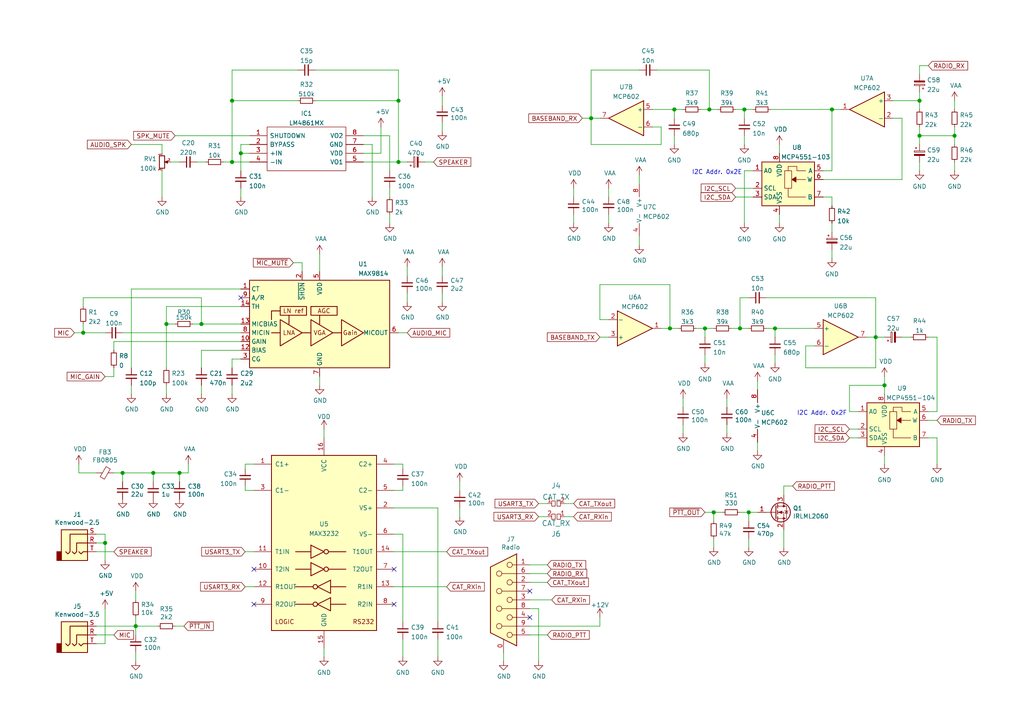
<source format=kicad_sch>
(kicad_sch (version 20210621) (generator eeschema)
  (paper "A4")
  (junction (at 24.13 96.52) (diameter 1.016))
  (junction (at 30.48 157.48) (diameter 1.016))
  (junction (at 35.56 137.16) (diameter 1.016))
  (junction (at 39.37 181.61) (diameter 1.016))
  (junction (at 44.45 137.16) (diameter 1.016))
  (junction (at 48.26 93.98) (diameter 1.016))
  (junction (at 52.07 137.16) (diameter 1.016))
  (junction (at 58.42 93.98) (diameter 1.016))
  (junction (at 67.31 29.21) (diameter 1.016))
  (junction (at 67.31 46.99) (diameter 1.016))
  (junction (at 69.85 44.45) (diameter 1.016))
  (junction (at 115.57 29.21) (diameter 1.016))
  (junction (at 115.57 46.99) (diameter 1.016))
  (junction (at 171.45 34.29) (diameter 1.016))
  (junction (at 194.31 95.25) (diameter 1.016))
  (junction (at 195.58 31.75) (diameter 1.016))
  (junction (at 204.47 95.25) (diameter 1.016))
  (junction (at 205.74 31.75) (diameter 1.016))
  (junction (at 207.01 148.59) (diameter 1.016))
  (junction (at 214.63 95.25) (diameter 1.016))
  (junction (at 215.9 31.75) (diameter 1.016))
  (junction (at 217.17 148.59) (diameter 1.016))
  (junction (at 224.79 95.25) (diameter 1.016))
  (junction (at 241.3 31.75) (diameter 1.016))
  (junction (at 254 97.79) (diameter 1.016))
  (junction (at 256.54 111.76) (diameter 1.016))
  (junction (at 266.7 29.21) (diameter 1.016))
  (junction (at 266.7 39.37) (diameter 1.016))
  (junction (at 276.86 39.37) (diameter 1.016))
  (no_connect (at 69.85 86.36))
  (no_connect (at 73.66 165.1))
  (no_connect (at 73.66 175.26))
  (no_connect (at 114.3 165.1))
  (no_connect (at 114.3 175.26))
  (no_connect (at 153.67 171.45))
  (no_connect (at 153.67 179.07))
  (wire (pts (xy 21.59 96.52) (xy 24.13 96.52)))
  (wire (pts (xy 22.86 137.16) (xy 22.86 134.62)))
  (wire (pts (xy 24.13 86.36) (xy 24.13 88.9)))
  (wire (pts (xy 24.13 86.36) (xy 58.42 86.36)))
  (wire (pts (xy 24.13 93.98) (xy 24.13 96.52)))
  (wire (pts (xy 24.13 96.52) (xy 30.48 96.52)))
  (wire (pts (xy 27.94 137.16) (xy 22.86 137.16)))
  (wire (pts (xy 27.94 154.94) (xy 30.48 154.94)))
  (wire (pts (xy 27.94 157.48) (xy 30.48 157.48)))
  (wire (pts (xy 27.94 181.61) (xy 39.37 181.61)))
  (wire (pts (xy 27.94 184.15) (xy 33.02 184.15)))
  (wire (pts (xy 27.94 186.69) (xy 30.48 186.69)))
  (wire (pts (xy 30.48 109.22) (xy 33.02 109.22)))
  (wire (pts (xy 30.48 154.94) (xy 30.48 157.48)))
  (wire (pts (xy 30.48 157.48) (xy 30.48 162.56)))
  (wire (pts (xy 30.48 186.69) (xy 30.48 176.53)))
  (wire (pts (xy 33.02 99.06) (xy 33.02 101.6)))
  (wire (pts (xy 33.02 99.06) (xy 69.85 99.06)))
  (wire (pts (xy 33.02 106.68) (xy 33.02 109.22)))
  (wire (pts (xy 33.02 137.16) (xy 35.56 137.16)))
  (wire (pts (xy 33.02 160.02) (xy 27.94 160.02)))
  (wire (pts (xy 35.56 96.52) (xy 69.85 96.52)))
  (wire (pts (xy 35.56 137.16) (xy 35.56 139.7)))
  (wire (pts (xy 35.56 137.16) (xy 44.45 137.16)))
  (wire (pts (xy 38.1 41.91) (xy 46.99 41.91)))
  (wire (pts (xy 38.1 83.82) (xy 38.1 106.68)))
  (wire (pts (xy 38.1 111.76) (xy 38.1 114.3)))
  (wire (pts (xy 39.37 171.45) (xy 39.37 173.99)))
  (wire (pts (xy 39.37 179.07) (xy 39.37 181.61)))
  (wire (pts (xy 39.37 181.61) (xy 39.37 184.15)))
  (wire (pts (xy 39.37 181.61) (xy 45.72 181.61)))
  (wire (pts (xy 39.37 189.23) (xy 39.37 191.77)))
  (wire (pts (xy 44.45 137.16) (xy 44.45 139.7)))
  (wire (pts (xy 44.45 137.16) (xy 52.07 137.16)))
  (wire (pts (xy 46.99 44.45) (xy 46.99 41.91)))
  (wire (pts (xy 46.99 49.53) (xy 46.99 57.15)))
  (wire (pts (xy 48.26 88.9) (xy 48.26 93.98)))
  (wire (pts (xy 48.26 93.98) (xy 48.26 106.68)))
  (wire (pts (xy 48.26 93.98) (xy 50.8 93.98)))
  (wire (pts (xy 48.26 111.76) (xy 48.26 114.3)))
  (wire (pts (xy 49.53 46.99) (xy 52.07 46.99)))
  (wire (pts (xy 50.8 39.37) (xy 72.39 39.37)))
  (wire (pts (xy 50.8 181.61) (xy 53.34 181.61)))
  (wire (pts (xy 52.07 137.16) (xy 52.07 139.7)))
  (wire (pts (xy 52.07 137.16) (xy 54.61 137.16)))
  (wire (pts (xy 54.61 137.16) (xy 54.61 134.62)))
  (wire (pts (xy 55.88 93.98) (xy 58.42 93.98)))
  (wire (pts (xy 57.15 46.99) (xy 59.69 46.99)))
  (wire (pts (xy 58.42 93.98) (xy 58.42 86.36)))
  (wire (pts (xy 58.42 93.98) (xy 69.85 93.98)))
  (wire (pts (xy 58.42 101.6) (xy 58.42 106.68)))
  (wire (pts (xy 58.42 111.76) (xy 58.42 114.3)))
  (wire (pts (xy 64.77 46.99) (xy 67.31 46.99)))
  (wire (pts (xy 67.31 20.32) (xy 67.31 29.21)))
  (wire (pts (xy 67.31 20.32) (xy 86.36 20.32)))
  (wire (pts (xy 67.31 29.21) (xy 67.31 46.99)))
  (wire (pts (xy 67.31 29.21) (xy 86.36 29.21)))
  (wire (pts (xy 67.31 46.99) (xy 72.39 46.99)))
  (wire (pts (xy 67.31 104.14) (xy 67.31 106.68)))
  (wire (pts (xy 67.31 111.76) (xy 67.31 114.3)))
  (wire (pts (xy 69.85 41.91) (xy 72.39 41.91)))
  (wire (pts (xy 69.85 44.45) (xy 69.85 41.91)))
  (wire (pts (xy 69.85 44.45) (xy 69.85 49.53)))
  (wire (pts (xy 69.85 54.61) (xy 69.85 57.15)))
  (wire (pts (xy 69.85 83.82) (xy 38.1 83.82)))
  (wire (pts (xy 69.85 88.9) (xy 48.26 88.9)))
  (wire (pts (xy 69.85 101.6) (xy 58.42 101.6)))
  (wire (pts (xy 69.85 104.14) (xy 67.31 104.14)))
  (wire (pts (xy 71.12 134.62) (xy 71.12 135.89)))
  (wire (pts (xy 71.12 142.24) (xy 71.12 140.97)))
  (wire (pts (xy 71.12 160.02) (xy 73.66 160.02)))
  (wire (pts (xy 71.12 170.18) (xy 73.66 170.18)))
  (wire (pts (xy 72.39 44.45) (xy 69.85 44.45)))
  (wire (pts (xy 73.66 134.62) (xy 71.12 134.62)))
  (wire (pts (xy 73.66 142.24) (xy 71.12 142.24)))
  (wire (pts (xy 85.09 76.2) (xy 87.63 76.2)))
  (wire (pts (xy 87.63 78.74) (xy 87.63 76.2)))
  (wire (pts (xy 91.44 20.32) (xy 115.57 20.32)))
  (wire (pts (xy 91.44 29.21) (xy 115.57 29.21)))
  (wire (pts (xy 92.71 73.66) (xy 92.71 78.74)))
  (wire (pts (xy 92.71 109.22) (xy 92.71 111.76)))
  (wire (pts (xy 93.98 124.46) (xy 93.98 127)))
  (wire (pts (xy 93.98 187.96) (xy 93.98 190.5)))
  (wire (pts (xy 105.41 39.37) (xy 113.03 39.37)))
  (wire (pts (xy 105.41 41.91) (xy 107.95 41.91)))
  (wire (pts (xy 105.41 44.45) (xy 110.49 44.45)))
  (wire (pts (xy 105.41 46.99) (xy 115.57 46.99)))
  (wire (pts (xy 107.95 41.91) (xy 107.95 57.15)))
  (wire (pts (xy 110.49 36.83) (xy 110.49 44.45)))
  (wire (pts (xy 113.03 39.37) (xy 113.03 49.53)))
  (wire (pts (xy 113.03 54.61) (xy 113.03 57.15)))
  (wire (pts (xy 113.03 62.23) (xy 113.03 64.77)))
  (wire (pts (xy 114.3 134.62) (xy 116.84 134.62)))
  (wire (pts (xy 114.3 142.24) (xy 116.84 142.24)))
  (wire (pts (xy 114.3 147.32) (xy 127 147.32)))
  (wire (pts (xy 114.3 154.94) (xy 116.84 154.94)))
  (wire (pts (xy 114.3 160.02) (xy 129.54 160.02)))
  (wire (pts (xy 114.3 170.18) (xy 129.54 170.18)))
  (wire (pts (xy 115.57 20.32) (xy 115.57 29.21)))
  (wire (pts (xy 115.57 29.21) (xy 115.57 46.99)))
  (wire (pts (xy 115.57 46.99) (xy 118.11 46.99)))
  (wire (pts (xy 115.57 96.52) (xy 118.11 96.52)))
  (wire (pts (xy 116.84 134.62) (xy 116.84 135.89)))
  (wire (pts (xy 116.84 142.24) (xy 116.84 140.97)))
  (wire (pts (xy 116.84 154.94) (xy 116.84 180.34)))
  (wire (pts (xy 116.84 185.42) (xy 116.84 190.5)))
  (wire (pts (xy 118.11 77.47) (xy 118.11 80.01)))
  (wire (pts (xy 118.11 85.09) (xy 118.11 87.63)))
  (wire (pts (xy 123.19 46.99) (xy 125.73 46.99)))
  (wire (pts (xy 127 147.32) (xy 127 180.34)))
  (wire (pts (xy 127 185.42) (xy 127 190.5)))
  (wire (pts (xy 128.27 27.94) (xy 128.27 30.48)))
  (wire (pts (xy 128.27 35.56) (xy 128.27 38.1)))
  (wire (pts (xy 128.27 77.47) (xy 128.27 80.01)))
  (wire (pts (xy 128.27 85.09) (xy 128.27 87.63)))
  (wire (pts (xy 133.35 139.7) (xy 133.35 142.24)))
  (wire (pts (xy 133.35 147.32) (xy 133.35 149.86)))
  (wire (pts (xy 146.05 189.23) (xy 146.05 191.77)))
  (wire (pts (xy 153.67 163.83) (xy 158.75 163.83)))
  (wire (pts (xy 153.67 166.37) (xy 158.75 166.37)))
  (wire (pts (xy 153.67 168.91) (xy 158.75 168.91)))
  (wire (pts (xy 153.67 173.99) (xy 160.02 173.99)))
  (wire (pts (xy 153.67 176.53) (xy 156.21 176.53)))
  (wire (pts (xy 153.67 181.61) (xy 173.99 181.61)))
  (wire (pts (xy 153.67 184.15) (xy 158.75 184.15)))
  (wire (pts (xy 156.21 146.05) (xy 158.75 146.05)))
  (wire (pts (xy 156.21 149.86) (xy 158.75 149.86)))
  (wire (pts (xy 156.21 176.53) (xy 156.21 191.77)))
  (wire (pts (xy 163.83 146.05) (xy 166.37 146.05)))
  (wire (pts (xy 163.83 149.86) (xy 166.37 149.86)))
  (wire (pts (xy 166.37 54.61) (xy 166.37 57.15)))
  (wire (pts (xy 166.37 62.23) (xy 166.37 64.77)))
  (wire (pts (xy 168.91 34.29) (xy 171.45 34.29)))
  (wire (pts (xy 171.45 20.32) (xy 185.42 20.32)))
  (wire (pts (xy 171.45 34.29) (xy 171.45 20.32)))
  (wire (pts (xy 171.45 34.29) (xy 171.45 41.91)))
  (wire (pts (xy 171.45 34.29) (xy 173.99 34.29)))
  (wire (pts (xy 171.45 41.91) (xy 191.77 41.91)))
  (wire (pts (xy 173.99 82.55) (xy 194.31 82.55)))
  (wire (pts (xy 173.99 92.71) (xy 173.99 82.55)))
  (wire (pts (xy 173.99 97.79) (xy 176.53 97.79)))
  (wire (pts (xy 173.99 179.07) (xy 173.99 181.61)))
  (wire (pts (xy 176.53 54.61) (xy 176.53 57.15)))
  (wire (pts (xy 176.53 62.23) (xy 176.53 64.77)))
  (wire (pts (xy 176.53 92.71) (xy 173.99 92.71)))
  (wire (pts (xy 185.42 50.8) (xy 185.42 53.34)))
  (wire (pts (xy 185.42 68.58) (xy 185.42 71.12)))
  (wire (pts (xy 189.23 31.75) (xy 195.58 31.75)))
  (wire (pts (xy 190.5 20.32) (xy 205.74 20.32)))
  (wire (pts (xy 191.77 36.83) (xy 189.23 36.83)))
  (wire (pts (xy 191.77 41.91) (xy 191.77 36.83)))
  (wire (pts (xy 194.31 82.55) (xy 194.31 95.25)))
  (wire (pts (xy 194.31 95.25) (xy 191.77 95.25)))
  (wire (pts (xy 194.31 95.25) (xy 196.85 95.25)))
  (wire (pts (xy 195.58 31.75) (xy 195.58 34.29)))
  (wire (pts (xy 195.58 31.75) (xy 198.12 31.75)))
  (wire (pts (xy 195.58 39.37) (xy 195.58 41.91)))
  (wire (pts (xy 198.12 115.57) (xy 198.12 118.11)))
  (wire (pts (xy 198.12 123.19) (xy 198.12 125.73)))
  (wire (pts (xy 201.93 95.25) (xy 204.47 95.25)))
  (wire (pts (xy 203.2 31.75) (xy 205.74 31.75)))
  (wire (pts (xy 204.47 95.25) (xy 204.47 97.79)))
  (wire (pts (xy 204.47 95.25) (xy 207.01 95.25)))
  (wire (pts (xy 204.47 102.87) (xy 204.47 105.41)))
  (wire (pts (xy 204.47 148.59) (xy 207.01 148.59)))
  (wire (pts (xy 205.74 20.32) (xy 205.74 31.75)))
  (wire (pts (xy 205.74 31.75) (xy 208.28 31.75)))
  (wire (pts (xy 207.01 148.59) (xy 209.55 148.59)))
  (wire (pts (xy 207.01 151.13) (xy 207.01 148.59)))
  (wire (pts (xy 207.01 156.21) (xy 207.01 158.75)))
  (wire (pts (xy 210.82 115.57) (xy 210.82 118.11)))
  (wire (pts (xy 210.82 123.19) (xy 210.82 125.73)))
  (wire (pts (xy 212.09 95.25) (xy 214.63 95.25)))
  (wire (pts (xy 213.36 31.75) (xy 215.9 31.75)))
  (wire (pts (xy 213.36 54.61) (xy 218.44 54.61)))
  (wire (pts (xy 213.36 57.15) (xy 218.44 57.15)))
  (wire (pts (xy 214.63 86.36) (xy 217.17 86.36)))
  (wire (pts (xy 214.63 95.25) (xy 214.63 86.36)))
  (wire (pts (xy 214.63 95.25) (xy 217.17 95.25)))
  (wire (pts (xy 214.63 148.59) (xy 217.17 148.59)))
  (wire (pts (xy 215.9 31.75) (xy 215.9 34.29)))
  (wire (pts (xy 215.9 31.75) (xy 218.44 31.75)))
  (wire (pts (xy 215.9 39.37) (xy 215.9 41.91)))
  (wire (pts (xy 215.9 49.53) (xy 215.9 64.77)))
  (wire (pts (xy 217.17 148.59) (xy 217.17 151.13)))
  (wire (pts (xy 217.17 148.59) (xy 219.71 148.59)))
  (wire (pts (xy 217.17 156.21) (xy 217.17 158.75)))
  (wire (pts (xy 218.44 49.53) (xy 215.9 49.53)))
  (wire (pts (xy 219.71 110.49) (xy 219.71 113.03)))
  (wire (pts (xy 219.71 130.81) (xy 219.71 128.27)))
  (wire (pts (xy 222.25 86.36) (xy 254 86.36)))
  (wire (pts (xy 222.25 95.25) (xy 224.79 95.25)))
  (wire (pts (xy 223.52 31.75) (xy 241.3 31.75)))
  (wire (pts (xy 224.79 95.25) (xy 224.79 97.79)))
  (wire (pts (xy 224.79 95.25) (xy 236.22 95.25)))
  (wire (pts (xy 224.79 102.87) (xy 224.79 105.41)))
  (wire (pts (xy 226.06 41.91) (xy 226.06 44.45)))
  (wire (pts (xy 226.06 62.23) (xy 226.06 64.77)))
  (wire (pts (xy 227.33 140.97) (xy 229.87 140.97)))
  (wire (pts (xy 227.33 143.51) (xy 227.33 140.97)))
  (wire (pts (xy 227.33 153.67) (xy 227.33 158.75)))
  (wire (pts (xy 233.68 100.33) (xy 233.68 106.68)))
  (wire (pts (xy 233.68 106.68) (xy 254 106.68)))
  (wire (pts (xy 236.22 100.33) (xy 233.68 100.33)))
  (wire (pts (xy 238.76 52.07) (xy 261.62 52.07)))
  (wire (pts (xy 238.76 57.15) (xy 241.3 57.15)))
  (wire (pts (xy 241.3 31.75) (xy 241.3 49.53)))
  (wire (pts (xy 241.3 31.75) (xy 243.84 31.75)))
  (wire (pts (xy 241.3 49.53) (xy 238.76 49.53)))
  (wire (pts (xy 241.3 57.15) (xy 241.3 59.69)))
  (wire (pts (xy 241.3 64.77) (xy 241.3 67.31)))
  (wire (pts (xy 241.3 72.39) (xy 241.3 74.93)))
  (wire (pts (xy 246.38 111.76) (xy 256.54 111.76)))
  (wire (pts (xy 246.38 119.38) (xy 246.38 111.76)))
  (wire (pts (xy 246.38 124.46) (xy 248.92 124.46)))
  (wire (pts (xy 246.38 127) (xy 248.92 127)))
  (wire (pts (xy 248.92 119.38) (xy 246.38 119.38)))
  (wire (pts (xy 254 86.36) (xy 254 97.79)))
  (wire (pts (xy 254 97.79) (xy 251.46 97.79)))
  (wire (pts (xy 254 97.79) (xy 256.54 97.79)))
  (wire (pts (xy 254 106.68) (xy 254 97.79)))
  (wire (pts (xy 256.54 109.22) (xy 256.54 111.76)))
  (wire (pts (xy 256.54 111.76) (xy 256.54 114.3)))
  (wire (pts (xy 256.54 132.08) (xy 256.54 134.62)))
  (wire (pts (xy 259.08 29.21) (xy 266.7 29.21)))
  (wire (pts (xy 261.62 34.29) (xy 259.08 34.29)))
  (wire (pts (xy 261.62 52.07) (xy 261.62 34.29)))
  (wire (pts (xy 261.62 97.79) (xy 264.16 97.79)))
  (wire (pts (xy 266.7 19.05) (xy 269.24 19.05)))
  (wire (pts (xy 266.7 21.59) (xy 266.7 19.05)))
  (wire (pts (xy 266.7 26.67) (xy 266.7 29.21)))
  (wire (pts (xy 266.7 29.21) (xy 266.7 31.75)))
  (wire (pts (xy 266.7 36.83) (xy 266.7 39.37)))
  (wire (pts (xy 266.7 39.37) (xy 266.7 41.91)))
  (wire (pts (xy 266.7 39.37) (xy 276.86 39.37)))
  (wire (pts (xy 266.7 46.99) (xy 266.7 49.53)))
  (wire (pts (xy 269.24 97.79) (xy 271.78 97.79)))
  (wire (pts (xy 269.24 121.92) (xy 271.78 121.92)))
  (wire (pts (xy 269.24 127) (xy 271.78 127)))
  (wire (pts (xy 271.78 97.79) (xy 271.78 119.38)))
  (wire (pts (xy 271.78 119.38) (xy 269.24 119.38)))
  (wire (pts (xy 271.78 127) (xy 271.78 134.62)))
  (wire (pts (xy 276.86 29.21) (xy 276.86 31.75)))
  (wire (pts (xy 276.86 36.83) (xy 276.86 39.37)))
  (wire (pts (xy 276.86 39.37) (xy 276.86 41.91)))
  (wire (pts (xy 276.86 46.99) (xy 276.86 49.53)))
  (text "I2C Addr. 0x2E" (at 200.66 50.8 0) (effects (font (size 1.27 1.27)) (justify left bottom)))
  (text "I2C Addr. 0x2F" (at 231.14 120.65 0) (effects (font (size 1.27 1.27)) (justify left bottom)))
  (global_label "MIC" (shape input) (at 21.59 96.52 180) (property "Intersheet References" "${INTERSHEET_REFS}" (effects hide)))
  (global_label "MIC_GAIN" (shape input) (at 30.48 109.22 180) (property "Intersheet References" "${INTERSHEET_REFS}" (effects hide)))
  (global_label "SPEAKER" (shape input) (at 33.02 160.02 0) (property "Intersheet References" "${INTERSHEET_REFS}" (effects hide)))
  (global_label "MIC" (shape input) (at 33.02 184.15 0) (property "Intersheet References" "${INTERSHEET_REFS}" (effects hide)))
  (global_label "AUDIO_SPK" (shape input) (at 38.1 41.91 180) (property "Intersheet References" "${INTERSHEET_REFS}" (effects hide)))
  (global_label "SPK_MUTE" (shape input) (at 50.8 39.37 180) (property "Intersheet References" "${INTERSHEET_REFS}" (effects hide)))
  (global_label "~{PTT_IN}" (shape input) (at 53.34 181.61 0) (property "Intersheet References" "${INTERSHEET_REFS}" (effects hide)))
  (global_label "USART3_TX" (shape input) (at 71.12 160.02 180) (property "Intersheet References" "${INTERSHEET_REFS}" (effects hide)))
  (global_label "USART3_RX" (shape input) (at 71.12 170.18 180) (property "Intersheet References" "${INTERSHEET_REFS}" (effects hide)))
  (global_label "~{MIC_MUTE}" (shape input) (at 85.09 76.2 180) (property "Intersheet References" "${INTERSHEET_REFS}" (effects hide)))
  (global_label "AUDIO_MIC" (shape input) (at 118.11 96.52 0) (property "Intersheet References" "${INTERSHEET_REFS}" (effects hide)))
  (global_label "SPEAKER" (shape input) (at 125.73 46.99 0) (property "Intersheet References" "${INTERSHEET_REFS}" (effects hide)))
  (global_label "CAT_TXout" (shape input) (at 129.54 160.02 0) (property "Intersheet References" "${INTERSHEET_REFS}" (effects hide)))
  (global_label "CAT_RXin" (shape input) (at 129.54 170.18 0) (property "Intersheet References" "${INTERSHEET_REFS}" (effects hide)))
  (global_label "USART3_TX" (shape input) (at 156.21 146.05 180) (property "Intersheet References" "${INTERSHEET_REFS}" (effects hide)))
  (global_label "USART3_RX" (shape input) (at 156.21 149.86 180) (property "Intersheet References" "${INTERSHEET_REFS}" (effects hide)))
  (global_label "RADIO_TX" (shape input) (at 158.75 163.83 0) (property "Intersheet References" "${INTERSHEET_REFS}" (effects hide)))
  (global_label "RADIO_RX" (shape input) (at 158.75 166.37 0) (property "Intersheet References" "${INTERSHEET_REFS}" (effects hide)))
  (global_label "CAT_TXout" (shape input) (at 158.75 168.91 0) (property "Intersheet References" "${INTERSHEET_REFS}" (effects hide)))
  (global_label "RADIO_PTT" (shape input) (at 158.75 184.15 0) (property "Intersheet References" "${INTERSHEET_REFS}" (effects hide)))
  (global_label "CAT_RXin" (shape input) (at 160.02 173.99 0) (property "Intersheet References" "${INTERSHEET_REFS}" (effects hide)))
  (global_label "CAT_TXout" (shape input) (at 166.37 146.05 0) (property "Intersheet References" "${INTERSHEET_REFS}" (effects hide)))
  (global_label "CAT_RXin" (shape input) (at 166.37 149.86 0) (property "Intersheet References" "${INTERSHEET_REFS}" (effects hide)))
  (global_label "BASEBAND_RX" (shape input) (at 168.91 34.29 180) (property "Intersheet References" "${INTERSHEET_REFS}" (effects hide)))
  (global_label "BASEBAND_TX" (shape input) (at 173.99 97.79 180) (property "Intersheet References" "${INTERSHEET_REFS}" (effects hide)))
  (global_label "~{PTT_OUT}" (shape input) (at 204.47 148.59 180) (property "Intersheet References" "${INTERSHEET_REFS}" (effects hide)))
  (global_label "I2C_SCL" (shape input) (at 213.36 54.61 180) (property "Intersheet References" "${INTERSHEET_REFS}" (effects hide)))
  (global_label "I2C_SDA" (shape input) (at 213.36 57.15 180) (property "Intersheet References" "${INTERSHEET_REFS}" (effects hide)))
  (global_label "RADIO_PTT" (shape input) (at 229.87 140.97 0) (property "Intersheet References" "${INTERSHEET_REFS}" (effects hide)))
  (global_label "I2C_SCL" (shape input) (at 246.38 124.46 180) (property "Intersheet References" "${INTERSHEET_REFS}" (effects hide)))
  (global_label "I2C_SDA" (shape input) (at 246.38 127 180) (property "Intersheet References" "${INTERSHEET_REFS}" (effects hide)))
  (global_label "RADIO_RX" (shape input) (at 269.24 19.05 0) (property "Intersheet References" "${INTERSHEET_REFS}" (effects hide)))
  (global_label "RADIO_TX" (shape input) (at 271.78 121.92 0) (property "Intersheet References" "${INTERSHEET_REFS}" (effects hide)))
  (symbol (lib_id "power:VDD") (at 22.86 134.62 0) (unit 1)
    (property "Reference" "#PWR065" (effects hide))
    (property "Value" "VDD" (at 23.241 130.2258 0))
  )
  (symbol (lib_id "power:+5V") (at 30.48 176.53 0) (unit 1)
    (property "Reference" "#PWR068" (effects hide))
    (property "Value" "+5V" (at 30.861 172.1358 0))
  )
  (symbol (lib_id "power:VDD") (at 39.37 171.45 0) (unit 1)
    (property "Reference" "#PWR072" (effects hide))
    (property "Value" "VDD" (at 39.751 167.0558 0))
  )
  (symbol (lib_id "power:VAA") (at 54.61 134.62 0) (unit 1)
    (property "Reference" "#PWR079" (effects hide))
    (property "Value" "VAA" (at 54.991 130.2258 0))
  )
  (symbol (lib_id "power:VAA") (at 92.71 73.66 0) (unit 1)
    (property "Reference" "#PWR066" (effects hide))
    (property "Value" "VAA" (at 93.091 69.2658 0))
  )
  (symbol (lib_id "power:VDD") (at 93.98 124.46 0) (unit 1)
    (property "Reference" "#PWR071" (effects hide))
    (property "Value" "VDD" (at 93.98 120.8554 0))
  )
  (symbol (lib_id "power:+5V") (at 110.49 36.83 0) (unit 1)
    (property "Reference" "#PWR078" (effects hide))
    (property "Value" "+5V" (at 110.871 32.4358 0))
  )
  (symbol (lib_id "power:VAA") (at 118.11 77.47 0) (unit 1)
    (property "Reference" "#PWR094" (effects hide))
    (property "Value" "VAA" (at 118.491 73.0758 0))
  )
  (symbol (lib_id "power:+5V") (at 128.27 27.94 0) (unit 1)
    (property "Reference" "#PWR089" (effects hide))
    (property "Value" "+5V" (at 128.651 23.5458 0))
  )
  (symbol (lib_id "power:VAA") (at 128.27 77.47 0) (unit 1)
    (property "Reference" "#PWR097" (effects hide))
    (property "Value" "VAA" (at 128.651 73.0758 0))
  )
  (symbol (lib_id "power:VDD") (at 133.35 139.7 0) (unit 1)
    (property "Reference" "#PWR083" (effects hide))
    (property "Value" "VDD" (at 133.731 135.3058 0))
  )
  (symbol (lib_id "power:VDD") (at 166.37 54.61 0) (unit 1)
    (property "Reference" "#PWR085" (effects hide))
    (property "Value" "VDD" (at 166.751 50.2158 0))
  )
  (symbol (lib_id "power:+12V") (at 173.99 179.07 0) (unit 1)
    (property "Reference" "#PWR087" (effects hide))
    (property "Value" "+12V" (at 173.99 175.4654 0))
  )
  (symbol (lib_id "power:VAA") (at 176.53 54.61 0) (unit 1)
    (property "Reference" "#PWR0102" (effects hide))
    (property "Value" "VAA" (at 176.911 50.2158 0))
  )
  (symbol (lib_id "power:VAA") (at 185.42 50.8 0) (unit 1)
    (property "Reference" "#PWR0105" (effects hide))
    (property "Value" "VAA" (at 185.801 46.4058 0))
  )
  (symbol (lib_id "power:VDD") (at 198.12 115.57 0) (unit 1)
    (property "Reference" "#PWR091" (effects hide))
    (property "Value" "VDD" (at 198.501 111.1758 0))
  )
  (symbol (lib_id "power:VAA") (at 210.82 115.57 0) (unit 1)
    (property "Reference" "#PWR0116" (effects hide))
    (property "Value" "VAA" (at 211.201 111.1758 0))
  )
  (symbol (lib_id "power:VAA") (at 219.71 110.49 0) (unit 1)
    (property "Reference" "#PWR0119" (effects hide))
    (property "Value" "VAA" (at 220.091 106.0958 0))
  )
  (symbol (lib_id "power:VDD") (at 226.06 41.91 0) (unit 1)
    (property "Reference" "#PWR0107" (effects hide))
    (property "Value" "VDD" (at 226.441 37.5158 0))
  )
  (symbol (lib_id "power:VDD") (at 256.54 109.22 0) (unit 1)
    (property "Reference" "#PWR0112" (effects hide))
    (property "Value" "VDD" (at 256.921 104.8258 0))
  )
  (symbol (lib_id "power:VAA") (at 276.86 29.21 0) (unit 1)
    (property "Reference" "#PWR0121" (effects hide))
    (property "Value" "VAA" (at 277.241 24.8158 0))
  )
  (symbol (lib_id "power:GND") (at 30.48 162.56 0) (unit 1)
    (property "Reference" "#PWR067" (effects hide))
    (property "Value" "GND" (at 30.607 166.9542 0))
  )
  (symbol (lib_id "power:GND") (at 35.56 144.78 0) (unit 1)
    (property "Reference" "#PWR069" (effects hide))
    (property "Value" "GND" (at 35.687 149.1742 0))
  )
  (symbol (lib_id "power:GND") (at 38.1 114.3 0) (unit 1)
    (property "Reference" "#PWR06" (effects hide))
    (property "Value" "GND" (at 38.227 118.6942 0))
  )
  (symbol (lib_id "power:GND") (at 39.37 191.77 0) (unit 1)
    (property "Reference" "#PWR073" (effects hide))
    (property "Value" "GND" (at 39.497 196.1642 0))
  )
  (symbol (lib_id "power:GND") (at 44.45 144.78 0) (unit 1)
    (property "Reference" "#PWR075" (effects hide))
    (property "Value" "GND" (at 44.577 149.1742 0))
  )
  (symbol (lib_id "power:GND") (at 46.99 57.15 0) (unit 1)
    (property "Reference" "#PWR014" (effects hide))
    (property "Value" "GND" (at 47.117 61.5442 0))
  )
  (symbol (lib_id "power:GND") (at 48.26 114.3 0) (unit 1)
    (property "Reference" "#PWR021" (effects hide))
    (property "Value" "GND" (at 48.387 118.6942 0))
  )
  (symbol (lib_id "power:GND") (at 52.07 144.78 0) (unit 1)
    (property "Reference" "#PWR077" (effects hide))
    (property "Value" "GND" (at 52.197 149.1742 0))
  )
  (symbol (lib_id "power:GND") (at 58.42 114.3 0) (unit 1)
    (property "Reference" "#PWR026" (effects hide))
    (property "Value" "GND" (at 58.547 118.6942 0))
  )
  (symbol (lib_id "power:GND") (at 67.31 114.3 0) (unit 1)
    (property "Reference" "#PWR027" (effects hide))
    (property "Value" "GND" (at 67.437 118.6942 0))
  )
  (symbol (lib_id "power:GND") (at 69.85 57.15 0) (unit 1)
    (property "Reference" "#PWR058" (effects hide))
    (property "Value" "GND" (at 69.977 61.5442 0))
  )
  (symbol (lib_id "power:GND") (at 92.71 111.76 0) (unit 1)
    (property "Reference" "#PWR070" (effects hide))
    (property "Value" "GND" (at 92.837 116.1542 0))
  )
  (symbol (lib_id "power:GND") (at 93.98 190.5 0) (unit 1)
    (property "Reference" "#PWR074" (effects hide))
    (property "Value" "GND" (at 93.98 195.0626 0))
  )
  (symbol (lib_id "power:GND") (at 107.95 57.15 0) (unit 1)
    (property "Reference" "#PWR076" (effects hide))
    (property "Value" "GND" (at 108.077 61.5442 0))
  )
  (symbol (lib_id "power:GND") (at 113.03 64.77 0) (unit 1)
    (property "Reference" "#PWR080" (effects hide))
    (property "Value" "GND" (at 113.157 69.1642 0))
  )
  (symbol (lib_id "power:GND") (at 116.84 190.5 0) (unit 1)
    (property "Reference" "#PWR081" (effects hide))
    (property "Value" "GND" (at 116.84 195.0626 0))
  )
  (symbol (lib_id "power:GND") (at 118.11 87.63 0) (unit 1)
    (property "Reference" "#PWR095" (effects hide))
    (property "Value" "GND" (at 118.237 92.0242 0))
  )
  (symbol (lib_id "power:GND") (at 127 190.5 0) (unit 1)
    (property "Reference" "#PWR082" (effects hide))
    (property "Value" "GND" (at 127 195.0626 0))
  )
  (symbol (lib_id "power:GND") (at 128.27 38.1 0) (unit 1)
    (property "Reference" "#PWR090" (effects hide))
    (property "Value" "GND" (at 128.397 42.4942 0))
  )
  (symbol (lib_id "power:GND") (at 128.27 87.63 0) (unit 1)
    (property "Reference" "#PWR098" (effects hide))
    (property "Value" "GND" (at 128.397 92.0242 0))
  )
  (symbol (lib_id "power:GND") (at 133.35 149.86 0) (unit 1)
    (property "Reference" "#PWR084" (effects hide))
    (property "Value" "GND" (at 133.477 154.2542 0))
  )
  (symbol (lib_id "power:GND") (at 146.05 191.77 0) (unit 1)
    (property "Reference" "#PWR096" (effects hide))
    (property "Value" "GND" (at 146.177 196.1642 0))
  )
  (symbol (lib_id "power:GND") (at 156.21 191.77 0) (unit 1)
    (property "Reference" "#PWR099" (effects hide))
    (property "Value" "GND" (at 156.337 196.1642 0))
  )
  (symbol (lib_id "power:GND") (at 166.37 64.77 0) (unit 1)
    (property "Reference" "#PWR086" (effects hide))
    (property "Value" "GND" (at 166.497 69.1642 0))
  )
  (symbol (lib_id "power:GND") (at 176.53 64.77 0) (unit 1)
    (property "Reference" "#PWR0103" (effects hide))
    (property "Value" "GND" (at 176.657 69.1642 0))
  )
  (symbol (lib_id "power:GND") (at 185.42 71.12 0) (unit 1)
    (property "Reference" "#PWR0106" (effects hide))
    (property "Value" "GND" (at 185.547 75.5142 0))
  )
  (symbol (lib_id "power:GND") (at 195.58 41.91 0) (unit 1)
    (property "Reference" "#PWR088" (effects hide))
    (property "Value" "GND" (at 195.58 46.4726 0))
  )
  (symbol (lib_id "power:GND") (at 198.12 125.73 0) (unit 1)
    (property "Reference" "#PWR092" (effects hide))
    (property "Value" "GND" (at 198.247 130.1242 0))
  )
  (symbol (lib_id "power:GND") (at 204.47 105.41 0) (unit 1)
    (property "Reference" "#PWR093" (effects hide))
    (property "Value" "GND" (at 204.47 109.9726 0))
  )
  (symbol (lib_id "power:GND") (at 207.01 158.75 0) (unit 1)
    (property "Reference" "#PWR0109" (effects hide))
    (property "Value" "GND" (at 207.137 163.1442 0))
  )
  (symbol (lib_id "power:GND") (at 210.82 125.73 0) (unit 1)
    (property "Reference" "#PWR0117" (effects hide))
    (property "Value" "GND" (at 210.947 130.1242 0))
  )
  (symbol (lib_id "power:GND") (at 215.9 41.91 0) (unit 1)
    (property "Reference" "#PWR0100" (effects hide))
    (property "Value" "GND" (at 215.9 46.4726 0))
  )
  (symbol (lib_id "power:GND") (at 215.9 64.77 0) (unit 1)
    (property "Reference" "#PWR0101" (effects hide))
    (property "Value" "GND" (at 215.9 69.3326 0))
  )
  (symbol (lib_id "power:GND") (at 217.17 158.75 0) (unit 1)
    (property "Reference" "#PWR0111" (effects hide))
    (property "Value" "GND" (at 217.297 163.1442 0))
  )
  (symbol (lib_id "power:GND") (at 219.71 130.81 0) (unit 1)
    (property "Reference" "#PWR0120" (effects hide))
    (property "Value" "GND" (at 219.837 135.2042 0))
  )
  (symbol (lib_id "power:GND") (at 224.79 105.41 0) (unit 1)
    (property "Reference" "#PWR0104" (effects hide))
    (property "Value" "GND" (at 224.79 109.9726 0))
  )
  (symbol (lib_id "power:GND") (at 226.06 64.77 0) (unit 1)
    (property "Reference" "#PWR0108" (effects hide))
    (property "Value" "GND" (at 226.06 69.3326 0))
  )
  (symbol (lib_id "power:GND") (at 227.33 158.75 0) (unit 1)
    (property "Reference" "#PWR0114" (effects hide))
    (property "Value" "GND" (at 227.457 163.1442 0))
  )
  (symbol (lib_id "power:GND") (at 241.3 74.93 0) (unit 1)
    (property "Reference" "#PWR0110" (effects hide))
    (property "Value" "GND" (at 241.3 79.4926 0))
  )
  (symbol (lib_id "power:GND") (at 256.54 134.62 0) (unit 1)
    (property "Reference" "#PWR0113" (effects hide))
    (property "Value" "GND" (at 256.54 139.1826 0))
  )
  (symbol (lib_id "power:GND") (at 266.7 49.53 0) (unit 1)
    (property "Reference" "#PWR0115" (effects hide))
    (property "Value" "GND" (at 266.7 54.0926 0))
  )
  (symbol (lib_id "power:GND") (at 271.78 134.62 0) (unit 1)
    (property "Reference" "#PWR0118" (effects hide))
    (property "Value" "GND" (at 271.78 139.1826 0))
  )
  (symbol (lib_id "power:GND") (at 276.86 49.53 0) (unit 1)
    (property "Reference" "#PWR0122" (effects hide))
    (property "Value" "GND" (at 276.86 54.0926 0))
  )
  (symbol (lib_id "pkl_misc:pkl_jumper") (at 161.29 146.05 0) (unit 1)
    (property "Reference" "J4" (at 161.29 140.884 0) (effects (font (size 1.524 1.524))))
    (property "Value" "CAT_TX" (at 161.29 144.163 0) (effects (font (size 1.524 1.524))))
    (property "Footprint" "pkl_jumpers:J_0603" (effects hide))
  )
  (symbol (lib_id "pkl_misc:pkl_jumper") (at 161.29 149.86 180) (unit 1)
    (property "Reference" "J6" (at 161.29 154.854 0) (effects (font (size 1.524 1.524))))
    (property "Value" "CAT_RX" (at 161.29 151.783 0) (effects (font (size 1.524 1.524))))
    (property "Footprint" "pkl_jumpers:J_0603" (effects hide))
  )
  (symbol (lib_id "pkl_device:pkl_R_Small") (at 24.13 91.44 0) (unit 1)
    (property "Reference" "R1" (at 25.6287 90.5315 0) (effects (justify left)))
    (property "Value" "2k2" (at 25.6287 93.3066 0) (effects (justify left)))
    (property "Footprint" "pkl_dipol:R_0603" (effects hide))
  )
  (symbol (lib_id "pkl_device:pkl_R_Small") (at 33.02 104.14 0) (unit 1)
    (property "Reference" "R8" (at 34.5187 103.2315 0) (effects (justify left)))
    (property "Value" "0" (at 34.5187 106.0066 0) (effects (justify left)))
    (property "Footprint" "pkl_dipol:R_0603" (effects hide))
  )
  (symbol (lib_id "pkl_device:pkl_R_Small") (at 39.37 176.53 0) (unit 1)
    (property "Reference" "R34" (at 40.8686 175.3616 0) (effects (justify left)))
    (property "Value" "10k" (at 40.8686 177.673 0) (effects (justify left)))
    (property "Footprint" "pkl_dipol:R_0603" (effects hide))
  )
  (symbol (lib_id "pkl_device:pkl_R_Small") (at 48.26 109.22 0) (unit 1)
    (property "Reference" "R23" (at 49.7587 108.3115 0) (effects (justify left)))
    (property "Value" "100k" (at 49.7587 111.0866 0) (effects (justify left)))
    (property "Footprint" "pkl_dipol:R_0603" (effects hide))
  )
  (symbol (lib_id "pkl_device:pkl_R_Small") (at 48.26 181.61 270) (unit 1)
    (property "Reference" "R35" (at 48.26 176.6316 90))
    (property "Value" "2k2" (at 48.26 178.943 90))
    (property "Footprint" "pkl_dipol:R_0603" (effects hide))
  )
  (symbol (lib_id "pkl_device:pkl_R_Small") (at 53.34 93.98 90) (unit 1)
    (property "Reference" "R30" (at 53.34 90.5468 90))
    (property "Value" "150k" (at 53.34 92.0519 90))
    (property "Footprint" "pkl_dipol:R_0603" (effects hide))
  )
  (symbol (lib_id "pkl_device:pkl_R_Small") (at 62.23 46.99 90) (unit 1)
    (property "Reference" "R31" (at 62.23 42.2868 90))
    (property "Value" "10k" (at 62.23 45.0619 90))
    (property "Footprint" "pkl_dipol:R_0603" (effects hide))
  )
  (symbol (lib_id "pkl_device:pkl_R_Small") (at 88.9 29.21 90) (unit 1)
    (property "Reference" "R32" (at 88.9 24.5068 90))
    (property "Value" "510k" (at 88.9 27.2819 90))
    (property "Footprint" "pkl_dipol:R_0603" (effects hide))
  )
  (symbol (lib_id "pkl_device:pkl_R_Small") (at 113.03 59.69 0) (unit 1)
    (property "Reference" "R33" (at 114.5287 58.7815 0) (effects (justify left)))
    (property "Value" "2k" (at 114.5287 61.5566 0) (effects (justify left)))
    (property "Footprint" "pkl_dipol:R_0603" (effects hide))
  )
  (symbol (lib_id "pkl_device:pkl_R_Small") (at 199.39 95.25 90) (unit 1)
    (property "Reference" "R36" (at 199.39 90.5468 90))
    (property "Value" "3k3" (at 199.39 93.3219 90))
    (property "Footprint" "pkl_dipol:R_0603" (effects hide))
  )
  (symbol (lib_id "pkl_device:pkl_R_Small") (at 200.66 31.75 90) (unit 1)
    (property "Reference" "R37" (at 200.66 27.0468 90))
    (property "Value" "3k9" (at 200.66 29.8219 90))
    (property "Footprint" "pkl_dipol:R_0603" (effects hide))
  )
  (symbol (lib_id "pkl_device:pkl_R_Small") (at 207.01 153.67 0) (unit 1)
    (property "Reference" "R49" (at 208.5086 152.5016 0) (effects (justify left)))
    (property "Value" "47k" (at 208.5086 154.813 0) (effects (justify left)))
    (property "Footprint" "pkl_dipol:R_0603" (effects hide))
  )
  (symbol (lib_id "pkl_device:pkl_R_Small") (at 209.55 95.25 90) (unit 1)
    (property "Reference" "R38" (at 209.55 90.5468 90))
    (property "Value" "39k" (at 209.55 93.3219 90))
    (property "Footprint" "pkl_dipol:R_0603" (effects hide))
  )
  (symbol (lib_id "pkl_device:pkl_R_Small") (at 210.82 31.75 90) (unit 1)
    (property "Reference" "R39" (at 210.82 27.0468 90))
    (property "Value" "39k" (at 210.82 29.8219 90))
    (property "Footprint" "pkl_dipol:R_0603" (effects hide))
  )
  (symbol (lib_id "pkl_device:pkl_R_Small") (at 212.09 148.59 270) (unit 1)
    (property "Reference" "R51" (at 212.09 143.6116 90))
    (property "Value" "330" (at 212.09 145.923 90))
    (property "Footprint" "pkl_dipol:R_0603" (effects hide))
  )
  (symbol (lib_id "pkl_device:pkl_R_Small") (at 219.71 95.25 90) (unit 1)
    (property "Reference" "R40" (at 219.71 90.5468 90))
    (property "Value" "3k9" (at 219.71 93.3219 90))
    (property "Footprint" "pkl_dipol:R_0603" (effects hide))
  )
  (symbol (lib_id "pkl_device:pkl_R_Small") (at 220.98 31.75 90) (unit 1)
    (property "Reference" "R41" (at 220.98 27.0468 90))
    (property "Value" "3k3" (at 220.98 29.8219 90))
    (property "Footprint" "pkl_dipol:R_0603" (effects hide))
  )
  (symbol (lib_id "pkl_device:pkl_R_Small") (at 241.3 62.23 0) (unit 1)
    (property "Reference" "R42" (at 242.7987 61.3215 0) (effects (justify left)))
    (property "Value" "10k" (at 242.7987 64.0966 0) (effects (justify left)))
    (property "Footprint" "pkl_dipol:R_0603" (effects hide))
  )
  (symbol (lib_id "pkl_device:pkl_R_Small") (at 266.7 34.29 0) (unit 1)
    (property "Reference" "R43" (at 268.1987 33.3815 0) (effects (justify left)))
    (property "Value" "22k" (at 268.1987 36.1566 0) (effects (justify left)))
    (property "Footprint" "pkl_dipol:R_0603" (effects hide))
  )
  (symbol (lib_id "pkl_device:pkl_R_Small") (at 266.7 97.79 90) (unit 1)
    (property "Reference" "R44" (at 266.7 93.0868 90))
    (property "Value" "1k" (at 266.7 95.8619 90))
    (property "Footprint" "pkl_dipol:R_0603" (effects hide))
  )
  (symbol (lib_id "pkl_device:pkl_R_Small") (at 276.86 34.29 0) (unit 1)
    (property "Reference" "R45" (at 278.3587 33.3815 0) (effects (justify left)))
    (property "Value" "22k" (at 278.3587 36.1566 0) (effects (justify left)))
    (property "Footprint" "pkl_dipol:R_0603" (effects hide))
  )
  (symbol (lib_id "pkl_device:pkl_R_Small") (at 276.86 44.45 0) (unit 1)
    (property "Reference" "R46" (at 278.3587 43.5415 0) (effects (justify left)))
    (property "Value" "22k" (at 278.3587 46.3166 0) (effects (justify left)))
    (property "Footprint" "pkl_dipol:R_0603" (effects hide))
  )
  (symbol (lib_id "Amplifier_Operational:MCP602") (at 187.96 60.96 0) (unit 3)
    (property "Reference" "U7" (at 186.4361 60.0515 0) (effects (justify left)))
    (property "Value" "MCP602" (at 186.4361 62.8266 0) (effects (justify left)))
    (property "Footprint" "Package_SO:SOIC-8_3.9x4.9mm_P1.27mm" (effects hide))
    (property "Datasheet" "http://ww1.microchip.com/downloads/en/DeviceDoc/21314g.pdf" (effects hide))
  )
  (symbol (lib_id "Amplifier_Operational:MCP602") (at 217.17 120.65 0) (mirror y) (unit 3)
    (property "Reference" "U6" (at 220.7261 119.7415 0) (effects (justify right)))
    (property "Value" "MCP602" (at 220.7261 122.5166 0) (effects (justify right)))
    (property "Footprint" "Package_SO:SOIC-8_3.9x4.9mm_P1.27mm" (effects hide))
    (property "Datasheet" "http://ww1.microchip.com/downloads/en/DeviceDoc/21314g.pdf" (effects hide))
  )
  (symbol (lib_id "pkl_device:pkl_CP_Small") (at 120.65 46.99 90) (unit 1)
    (property "Reference" "C40" (at 120.65 41.6264 90))
    (property "Value" "470u" (at 120.65 44.4015 90))
    (property "Footprint" "Capacitor_SMD:CP_Elec_6.3x7.7" (effects hide))
  )
  (symbol (lib_id "pkl_device:pkl_CP_Small") (at 241.3 69.85 0) (unit 1)
    (property "Reference" "C56" (at 243.4591 68.9415 0) (effects (justify left)))
    (property "Value" "22u" (at 243.4591 71.7166 0) (effects (justify left)))
    (property "Footprint" "Capacitor_Tantalum_SMD:CP_EIA-3216-18_Kemet-A" (effects hide))
  )
  (symbol (lib_id "pkl_device:pkl_CP_Small") (at 259.08 97.79 90) (unit 1)
    (property "Reference" "C57" (at 259.08 92.4264 90))
    (property "Value" "22u" (at 259.08 95.2015 90))
    (property "Footprint" "Capacitor_Tantalum_SMD:CP_EIA-3216-18_Kemet-A" (effects hide))
  )
  (symbol (lib_id "pkl_device:pkl_CP_Small") (at 266.7 24.13 180) (unit 1)
    (property "Reference" "C58" (at 268.8591 23.2215 0) (effects (justify right)))
    (property "Value" "22u" (at 268.8591 25.9966 0) (effects (justify right)))
    (property "Footprint" "Capacitor_Tantalum_SMD:CP_EIA-3216-18_Kemet-A" (effects hide))
  )
  (symbol (lib_id "pkl_device:pkl_CP_Small") (at 266.7 44.45 0) (unit 1)
    (property "Reference" "C59" (at 268.8591 43.5415 0) (effects (justify left)))
    (property "Value" "22u" (at 268.8591 46.3166 0) (effects (justify left)))
    (property "Footprint" "Capacitor_Tantalum_SMD:CP_EIA-3216-18_Kemet-A" (effects hide))
  )
  (symbol (lib_id "pkl_device:pkl_C_Small") (at 33.02 96.52 90) (unit 1)
    (property "Reference" "C9" (at 33.02 90.9913 90))
    (property "Value" "100n" (at 33.02 93.7664 90))
    (property "Footprint" "pkl_dipol:C_0603" (effects hide))
  )
  (symbol (lib_id "pkl_device:pkl_C_Small") (at 35.56 142.24 0) (unit 1)
    (property "Reference" "C30" (at 37.8968 141.0716 0) (effects (justify left)))
    (property "Value" "22u" (at 37.8968 143.383 0) (effects (justify left)))
    (property "Footprint" "pkl_dipol:C_0603" (effects hide))
  )
  (symbol (lib_id "pkl_device:pkl_C_Small") (at 38.1 109.22 0) (unit 1)
    (property "Reference" "C12" (at 40.4242 108.3115 0) (effects (justify left)))
    (property "Value" "100p" (at 40.4242 111.0866 0) (effects (justify left)))
    (property "Footprint" "pkl_dipol:C_0603" (effects hide))
  )
  (symbol (lib_id "pkl_device:pkl_C_Small") (at 39.37 186.69 0) (unit 1)
    (property "Reference" "C32" (at 41.7068 185.5216 0) (effects (justify left)))
    (property "Value" "100n" (at 41.7068 187.833 0) (effects (justify left)))
    (property "Footprint" "pkl_dipol:C_0603" (effects hide))
  )
  (symbol (lib_id "pkl_device:pkl_C_Small") (at 44.45 142.24 0) (unit 1)
    (property "Reference" "C33" (at 46.7868 141.0716 0) (effects (justify left)))
    (property "Value" "1u" (at 46.7868 143.383 0) (effects (justify left)))
    (property "Footprint" "pkl_dipol:C_0603" (effects hide))
  )
  (symbol (lib_id "pkl_device:pkl_C_Small") (at 52.07 142.24 0) (unit 1)
    (property "Reference" "C38" (at 54.4068 141.0716 0) (effects (justify left)))
    (property "Value" "100n" (at 54.4068 143.383 0) (effects (justify left)))
    (property "Footprint" "pkl_dipol:C_0603" (effects hide))
  )
  (symbol (lib_id "pkl_device:pkl_C_Small") (at 54.61 46.99 90) (unit 1)
    (property "Reference" "C20" (at 54.61 41.4613 90))
    (property "Value" "220n" (at 54.61 44.2364 90))
    (property "Footprint" "pkl_dipol:C_0603" (effects hide))
  )
  (symbol (lib_id "pkl_device:pkl_C_Small") (at 58.42 109.22 0) (unit 1)
    (property "Reference" "C21" (at 60.7442 108.3115 0) (effects (justify left)))
    (property "Value" "470n" (at 60.7442 111.0866 0) (effects (justify left)))
    (property "Footprint" "pkl_dipol:C_0603" (effects hide))
  )
  (symbol (lib_id "pkl_device:pkl_C_Small") (at 67.31 109.22 0) (unit 1)
    (property "Reference" "C29" (at 69.6342 108.3115 0) (effects (justify left)))
    (property "Value" "2u2" (at 69.6342 111.0866 0) (effects (justify left)))
    (property "Footprint" "pkl_dipol:C_0603" (effects hide))
  )
  (symbol (lib_id "pkl_device:pkl_C_Small") (at 69.85 52.07 0) (unit 1)
    (property "Reference" "C31" (at 72.1742 51.1615 0) (effects (justify left)))
    (property "Value" "100n" (at 72.1742 53.9366 0) (effects (justify left)))
    (property "Footprint" "pkl_dipol:C_0603" (effects hide))
  )
  (symbol (lib_id "pkl_device:pkl_C_Small") (at 71.12 138.43 0) (mirror x) (unit 1)
    (property "Reference" "C34" (at 68.7958 137.5215 0) (effects (justify right)))
    (property "Value" "100n" (at 68.7958 140.2966 0) (effects (justify right)))
    (property "Footprint" "pkl_dipol:C_0603" (effects hide))
  )
  (symbol (lib_id "pkl_device:pkl_C_Small") (at 88.9 20.32 90) (unit 1)
    (property "Reference" "C35" (at 88.9 14.7913 90))
    (property "Value" "15p" (at 88.9 17.5664 90))
    (property "Footprint" "pkl_dipol:C_0603" (effects hide))
  )
  (symbol (lib_id "pkl_device:pkl_C_Small") (at 113.03 52.07 0) (unit 1)
    (property "Reference" "C36" (at 115.3542 51.1615 0) (effects (justify left)))
    (property "Value" "100n" (at 115.3542 53.9366 0) (effects (justify left)))
    (property "Footprint" "pkl_dipol:C_0603" (effects hide))
  )
  (symbol (lib_id "pkl_device:pkl_C_Small") (at 116.84 138.43 0) (unit 1)
    (property "Reference" "C37" (at 119.1642 137.5215 0) (effects (justify left)))
    (property "Value" "100n" (at 119.1642 140.2966 0) (effects (justify left)))
    (property "Footprint" "pkl_dipol:C_0603" (effects hide))
  )
  (symbol (lib_id "pkl_device:pkl_C_Small") (at 116.84 182.88 0) (unit 1)
    (property "Reference" "C39" (at 119.1642 181.9715 0) (effects (justify left)))
    (property "Value" "100n" (at 119.1642 184.7466 0) (effects (justify left)))
    (property "Footprint" "pkl_dipol:C_0603" (effects hide))
  )
  (symbol (lib_id "pkl_device:pkl_C_Small") (at 118.11 82.55 0) (unit 1)
    (property "Reference" "C46" (at 120.4468 81.3816 0) (effects (justify left)))
    (property "Value" "100n" (at 120.4468 83.693 0) (effects (justify left)))
    (property "Footprint" "pkl_dipol:C_0603" (effects hide))
  )
  (symbol (lib_id "pkl_device:pkl_C_Small") (at 127 182.88 0) (unit 1)
    (property "Reference" "C41" (at 129.3242 181.9715 0) (effects (justify left)))
    (property "Value" "100n" (at 129.3242 184.7466 0) (effects (justify left)))
    (property "Footprint" "pkl_dipol:C_0603" (effects hide))
  )
  (symbol (lib_id "pkl_device:pkl_C_Small") (at 128.27 33.02 0) (unit 1)
    (property "Reference" "C43" (at 130.6068 31.8516 0) (effects (justify left)))
    (property "Value" "100n" (at 130.6068 34.163 0) (effects (justify left)))
    (property "Footprint" "pkl_dipol:C_0603" (effects hide))
  )
  (symbol (lib_id "pkl_device:pkl_C_Small") (at 128.27 82.55 0) (unit 1)
    (property "Reference" "C47" (at 130.6068 81.3816 0) (effects (justify left)))
    (property "Value" "2u2" (at 130.6068 83.693 0) (effects (justify left)))
    (property "Footprint" "pkl_dipol:C_0603" (effects hide))
  )
  (symbol (lib_id "pkl_device:pkl_C_Small") (at 133.35 144.78 0) (unit 1)
    (property "Reference" "C42" (at 135.6868 143.6116 0) (effects (justify left)))
    (property "Value" "100n" (at 135.6868 145.923 0) (effects (justify left)))
    (property "Footprint" "pkl_dipol:C_0603" (effects hide))
  )
  (symbol (lib_id "pkl_device:pkl_C_Small") (at 166.37 59.69 0) (unit 1)
    (property "Reference" "C44" (at 168.7068 58.5216 0) (effects (justify left)))
    (property "Value" "100n" (at 168.7068 60.833 0) (effects (justify left)))
    (property "Footprint" "pkl_dipol:C_0603" (effects hide))
  )
  (symbol (lib_id "pkl_device:pkl_C_Small") (at 176.53 59.69 0) (unit 1)
    (property "Reference" "C48" (at 178.8668 58.5216 0) (effects (justify left)))
    (property "Value" "100n" (at 178.8668 60.833 0) (effects (justify left)))
    (property "Footprint" "pkl_dipol:C_0603" (effects hide))
  )
  (symbol (lib_id "pkl_device:pkl_C_Small") (at 187.96 20.32 90) (unit 1)
    (property "Reference" "C45" (at 187.96 14.7913 90))
    (property "Value" "10n" (at 187.96 17.5664 90))
    (property "Footprint" "pkl_dipol:C_0603" (effects hide))
  )
  (symbol (lib_id "pkl_device:pkl_C_Small") (at 195.58 36.83 0) (unit 1)
    (property "Reference" "C49" (at 197.9042 35.9215 0) (effects (justify left)))
    (property "Value" "680p" (at 197.9042 38.6966 0) (effects (justify left)))
    (property "Footprint" "pkl_dipol:C_0603" (effects hide))
  )
  (symbol (lib_id "pkl_device:pkl_C_Small") (at 198.12 120.65 0) (unit 1)
    (property "Reference" "C50" (at 200.4568 119.4816 0) (effects (justify left)))
    (property "Value" "100n" (at 200.4568 121.793 0) (effects (justify left)))
    (property "Footprint" "pkl_dipol:C_0603" (effects hide))
  )
  (symbol (lib_id "pkl_device:pkl_C_Small") (at 204.47 100.33 0) (unit 1)
    (property "Reference" "C51" (at 206.7942 99.4215 0) (effects (justify left)))
    (property "Value" "10n" (at 206.7942 102.1966 0) (effects (justify left)))
    (property "Footprint" "pkl_dipol:C_0603" (effects hide))
  )
  (symbol (lib_id "pkl_device:pkl_C_Small") (at 210.82 120.65 0) (unit 1)
    (property "Reference" "C60" (at 213.1568 119.4816 0) (effects (justify left)))
    (property "Value" "100n" (at 213.1568 121.793 0) (effects (justify left)))
    (property "Footprint" "pkl_dipol:C_0603" (effects hide))
  )
  (symbol (lib_id "pkl_device:pkl_C_Small") (at 215.9 36.83 0) (unit 1)
    (property "Reference" "C52" (at 218.2242 35.9215 0) (effects (justify left)))
    (property "Value" "10n" (at 218.2242 38.6966 0) (effects (justify left)))
    (property "Footprint" "pkl_dipol:C_0603" (effects hide))
  )
  (symbol (lib_id "pkl_device:pkl_C_Small") (at 217.17 153.67 0) (unit 1)
    (property "Reference" "C54" (at 219.5068 152.5016 0) (effects (justify left)))
    (property "Value" "470p" (at 219.5068 154.813 0) (effects (justify left)))
    (property "Footprint" "pkl_dipol:C_0603" (effects hide))
  )
  (symbol (lib_id "pkl_device:pkl_C_Small") (at 219.71 86.36 90) (unit 1)
    (property "Reference" "C53" (at 219.71 80.8313 90))
    (property "Value" "10n" (at 219.71 83.6064 90))
    (property "Footprint" "pkl_dipol:C_0603" (effects hide))
  )
  (symbol (lib_id "pkl_device:pkl_C_Small") (at 224.79 100.33 0) (unit 1)
    (property "Reference" "C55" (at 227.1142 99.4215 0) (effects (justify left)))
    (property "Value" "680p" (at 227.1142 102.1966 0) (effects (justify left)))
    (property "Footprint" "pkl_dipol:C_0603" (effects hide))
  )
  (symbol (lib_id "Device:Ferrite_Bead_Small") (at 30.48 137.16 270) (unit 1)
    (property "Reference" "FB3" (at 30.48 131.1402 90))
    (property "Value" "FB0805" (at 30.48 133.4516 90))
    (property "Footprint" "pkl_dipol:L_0805" (effects hide))
  )
  (symbol (lib_id "Device:R_POT_Small") (at 46.99 46.99 0) (unit 1)
    (property "Reference" "RV1" (at 45.466 46.0815 0) (effects (justify right)))
    (property "Value" "100k" (at 45.466 48.8566 0) (effects (justify right)))
    (property "Footprint" "M17-SmartMic:3310C001503L" (effects hide))
  )
  (symbol (lib_id "Connector:AudioJack3") (at 22.86 157.48 0) (unit 1)
    (property "Reference" "J1" (at 22.4028 149.225 0))
    (property "Value" "Kenwood-2.5" (at 22.4028 151.5364 0))
    (property "Footprint" "M17-SmartMic:SJ12503A" (effects hide))
    (property "Datasheet" "SJ1-2503A" (effects hide))
  )
  (symbol (lib_id "Connector:AudioJack3") (at 22.86 184.15 0) (unit 1)
    (property "Reference" "J5" (at 22.4028 175.895 0))
    (property "Value" "Kenwood-3.5" (at 22.4028 178.2064 0))
    (property "Footprint" "M17-SmartMic:SJ13523N" (effects hide))
  )
  (symbol (lib_id "Transistor_FET:IRLML2060") (at 224.79 148.59 0) (unit 1)
    (property "Reference" "Q1" (at 229.9716 147.4216 0) (effects (justify left)))
    (property "Value" "IRLML2060" (at 229.9716 149.733 0) (effects (justify left)))
    (property "Footprint" "pkl_housings_sot:SOT-23" (effects hide))
    (property "Datasheet" "https://www.infineon.com/dgdl/irlml2060pbf.pdf?fileId=5546d462533600a401535664b7fb25ee" (effects hide))
  )
  (symbol (lib_id "Amplifier_Operational:MCP602") (at 181.61 34.29 0) (mirror y) (unit 2)
    (property "Reference" "U7" (at 181.61 25.2434 0))
    (property "Value" "MCP602" (at 181.61 28.0185 0))
    (property "Footprint" "Package_SO:SOIC-8_3.9x4.9mm_P1.27mm" (effects hide))
    (property "Datasheet" "http://ww1.microchip.com/downloads/en/DeviceDoc/21314g.pdf" (effects hide))
  )
  (symbol (lib_id "Amplifier_Operational:MCP602") (at 184.15 95.25 0) (mirror x) (unit 1)
    (property "Reference" "U6" (at 184.15 86.2034 0))
    (property "Value" "MCP602" (at 184.15 88.9785 0))
    (property "Footprint" "Package_SO:SOIC-8_3.9x4.9mm_P1.27mm" (effects hide))
    (property "Datasheet" "http://ww1.microchip.com/downloads/en/DeviceDoc/21314g.pdf" (effects hide))
  )
  (symbol (lib_id "Amplifier_Operational:MCP602") (at 243.84 97.79 0) (unit 2)
    (property "Reference" "U6" (at 243.84 88.7434 0))
    (property "Value" "MCP602" (at 243.84 91.5185 0))
    (property "Footprint" "Package_SO:SOIC-8_3.9x4.9mm_P1.27mm" (effects hide))
    (property "Datasheet" "http://ww1.microchip.com/downloads/en/DeviceDoc/21314g.pdf" (effects hide))
  )
  (symbol (lib_id "Amplifier_Operational:MCP602") (at 251.46 31.75 0) (mirror y) (unit 1)
    (property "Reference" "U7" (at 251.46 22.7034 0))
    (property "Value" "MCP602" (at 251.46 25.4785 0))
    (property "Footprint" "Package_SO:SOIC-8_3.9x4.9mm_P1.27mm" (effects hide))
    (property "Datasheet" "http://ww1.microchip.com/downloads/en/DeviceDoc/21314g.pdf" (effects hide))
  )
  (symbol (lib_id "Connector:DB9_Female_MountingHoles") (at 146.05 173.99 0) (mirror y) (unit 1)
    (property "Reference" "J7" (at 148.1328 156.4132 0))
    (property "Value" "Radio" (at 148.1328 158.7246 0))
    (property "Footprint" "Connector_Dsub:DSUB-9_Female_Horizontal_P2.77x2.84mm_EdgePinOffset4.94mm_Housed_MountingHolesOffset7.48mm" (effects hide))
    (property "Datasheet" " ~" (effects hide))
  )
  (symbol (lib_id "Module17:MCP4551") (at 228.6 54.61 0) (unit 1)
    (property "Reference" "U8" (at 231.14 42.7694 0))
    (property "Value" "MCP4551-103" (at 233.68 45.5445 0))
    (property "Footprint" "Package_SO:MSOP-8_3x3mm_P0.65mm" (effects hide))
  )
  (symbol (lib_id "Module17:MCP4551") (at 259.08 124.46 0) (unit 1)
    (property "Reference" "U9" (at 261.62 112.6194 0))
    (property "Value" "MCP4551-104" (at 264.16 115.3945 0))
    (property "Footprint" "Package_SO:MSOP-8_3x3mm_P0.65mm" (effects hide))
  )
  (symbol (lib_id "Module17:LM4861MX_NOPB") (at 72.39 39.37 0) (unit 1)
    (property "Reference" "IC1" (at 88.9 32.9142 0))
    (property "Value" "LM4861MX" (at 88.9 35.6893 0))
    (property "Footprint" "pkl_housings_soic:SOIC-8_5.3x5.3mm_Pitch1.27mm" (effects hide))
    (property "Datasheet" "https://www.ti.com/lit/gpn/LM4861" (effects hide))
    (property "Description" "TEXAS INSTRUMENTS - LM4861MX/NOPB - Audio Power Amplifier, 1.1 W, AB, 1 Channel, 2V to 5.5V, SOIC, 8 Pins" (effects hide))
    (property "Height" "1.75" (effects hide))
    (property "Mouser Part Number" "926-LM4861MX/NOPB" (effects hide))
    (property "Mouser Price/Stock" "https://www.mouser.co.uk/ProductDetail/Texas-Instruments/LM4861MX-NOPB?qs=QbsRYf82W3FxTp8pKIvxnw%3D%3D" (effects hide))
    (property "Manufacturer_Name" "Texas Instruments" (effects hide))
    (property "Manufacturer_Part_Number" "LM4861MX/NOPB" (effects hide))
  )
  (symbol (lib_id "Amplifier_Audio:MAX9814") (at 92.71 93.98 0) (unit 1)
    (property "Reference" "U1" (at 103.8861 76.5615 0) (effects (justify left)))
    (property "Value" "MAX9814" (at 103.8861 79.3366 0) (effects (justify left)))
    (property "Footprint" "Package_DFN_QFN:DFN-14-1EP_3x3mm_P0.4mm_EP1.78x2.35mm" (effects hide))
    (property "Datasheet" "https://datasheets.maximintegrated.com/en/ds/MAX9814.pdf" (effects hide))
  )
  (symbol (lib_id "Interface_UART:MAX3232") (at 93.98 157.48 0) (unit 1)
    (property "Reference" "U5" (at 93.98 151.9894 0))
    (property "Value" "MAX3232" (at 93.98 154.7645 0))
    (property "Footprint" "Package_SO:TSSOP-16_4.4x5mm_P0.65mm" (effects hide))
    (property "Datasheet" "https://datasheets.maximintegrated.com/en/ds/MAX3222-MAX3241.pdf" (effects hide))
  )
)
</source>
